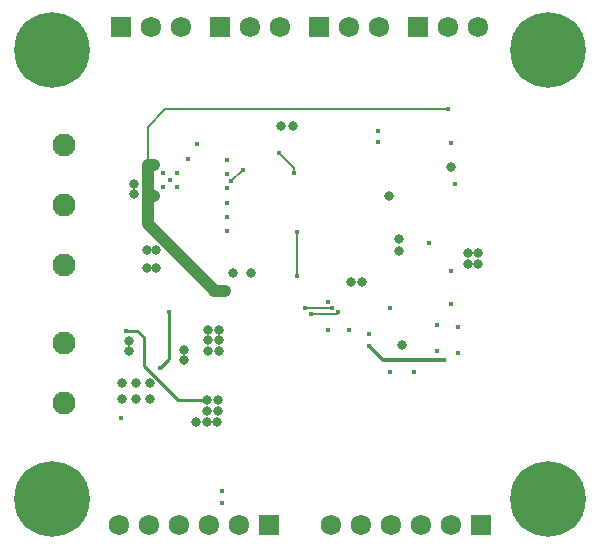
<source format=gbr>
%TF.GenerationSoftware,KiCad,Pcbnew,(6.0.7)*%
%TF.CreationDate,2022-10-13T18:06:46+02:00*%
%TF.ProjectId,TMC6300-dev,544d4336-3330-4302-9d64-65762e6b6963,rev?*%
%TF.SameCoordinates,Original*%
%TF.FileFunction,Copper,L4,Bot*%
%TF.FilePolarity,Positive*%
%FSLAX46Y46*%
G04 Gerber Fmt 4.6, Leading zero omitted, Abs format (unit mm)*
G04 Created by KiCad (PCBNEW (6.0.7)) date 2022-10-13 18:06:46*
%MOMM*%
%LPD*%
G01*
G04 APERTURE LIST*
%TA.AperFunction,ComponentPad*%
%ADD10C,0.800000*%
%TD*%
%TA.AperFunction,ComponentPad*%
%ADD11C,6.400000*%
%TD*%
%TA.AperFunction,ComponentPad*%
%ADD12R,1.725000X1.725000*%
%TD*%
%TA.AperFunction,ComponentPad*%
%ADD13C,1.725000*%
%TD*%
%TA.AperFunction,ComponentPad*%
%ADD14C,1.950000*%
%TD*%
%TA.AperFunction,ViaPad*%
%ADD15C,0.450000*%
%TD*%
%TA.AperFunction,ViaPad*%
%ADD16C,0.800000*%
%TD*%
%TA.AperFunction,Conductor*%
%ADD17C,0.250000*%
%TD*%
%TA.AperFunction,Conductor*%
%ADD18C,0.200000*%
%TD*%
%TA.AperFunction,Conductor*%
%ADD19C,1.000000*%
%TD*%
%TA.AperFunction,Conductor*%
%ADD20C,0.300000*%
%TD*%
G04 APERTURE END LIST*
D10*
%TO.P,H103,1,1*%
%TO.N,GND*%
X176600000Y-119000000D03*
X179000000Y-121400000D03*
X177302944Y-120697056D03*
X180697056Y-117302944D03*
D11*
X179000000Y-119000000D03*
D10*
X177302944Y-117302944D03*
X179000000Y-116600000D03*
X180697056Y-120697056D03*
X181400000Y-119000000D03*
%TD*%
%TO.P,H104,1,1*%
%TO.N,GND*%
X179000000Y-78600000D03*
X177302944Y-82697056D03*
X177302944Y-79302944D03*
D11*
X179000000Y-81000000D03*
D10*
X180697056Y-82697056D03*
X181400000Y-81000000D03*
X176600000Y-81000000D03*
X179000000Y-83400000D03*
X180697056Y-79302944D03*
%TD*%
D12*
%TO.P,J104,1,1*%
%TO.N,VDD*%
X142800000Y-79000000D03*
D13*
%TO.P,J104,2,2*%
%TO.N,GND*%
X145340000Y-79000000D03*
%TO.P,J104,3,3*%
%TO.N,Net-(J104-Pad3)*%
X147880000Y-79000000D03*
%TD*%
D12*
%TO.P,J101,1,1*%
%TO.N,VDD*%
X168000000Y-79000000D03*
D13*
%TO.P,J101,2,2*%
%TO.N,GND*%
X170540000Y-79000000D03*
%TO.P,J101,3,3*%
%TO.N,Net-(J101-Pad3)*%
X173080000Y-79000000D03*
%TD*%
D14*
%TO.P,J107,1,1*%
%TO.N,VM*%
X138000000Y-105760000D03*
%TO.P,J107,2,2*%
%TO.N,GND*%
X138000000Y-110840000D03*
%TD*%
D12*
%TO.P,J106,1,1*%
%TO.N,VDD*%
X155400000Y-121200000D03*
D13*
%TO.P,J106,2,2*%
%TO.N,GND*%
X152860000Y-121200000D03*
%TO.P,J106,3,3*%
%TO.N,NRST*%
X150320000Y-121200000D03*
%TO.P,J106,4,4*%
%TO.N,SYS_SWO*%
X147780000Y-121200000D03*
%TO.P,J106,5,5*%
%TO.N,SYS_SWCLK*%
X145240000Y-121200000D03*
%TO.P,J106,6,6*%
%TO.N,SYS_SWDIO*%
X142700000Y-121200000D03*
%TD*%
D14*
%TO.P,J105,1,1*%
%TO.N,BLDC_W*%
X138000000Y-99180000D03*
%TO.P,J105,2,2*%
%TO.N,BLDC_V*%
X138000000Y-94100000D03*
%TO.P,J105,3,3*%
%TO.N,BLDC_U*%
X138000000Y-89020000D03*
%TD*%
D12*
%TO.P,J103,1,1*%
%TO.N,VDD*%
X151200000Y-79000000D03*
D13*
%TO.P,J103,2,2*%
%TO.N,GND*%
X153740000Y-79000000D03*
%TO.P,J103,3,3*%
%TO.N,Net-(J103-Pad3)*%
X156280000Y-79000000D03*
%TD*%
D11*
%TO.P,H102,1,1*%
%TO.N,GND*%
X137000000Y-119000000D03*
D10*
X137000000Y-121400000D03*
X138697056Y-117302944D03*
X135302944Y-120697056D03*
X139400000Y-119000000D03*
X135302944Y-117302944D03*
X138697056Y-120697056D03*
X134600000Y-119000000D03*
X137000000Y-116600000D03*
%TD*%
%TO.P,H101,1,1*%
%TO.N,GND*%
X138697056Y-79302944D03*
X135302944Y-79302944D03*
X134600000Y-81000000D03*
X135302944Y-82697056D03*
X139400000Y-81000000D03*
X137000000Y-78600000D03*
X138697056Y-82697056D03*
D11*
X137000000Y-81000000D03*
D10*
X137000000Y-83400000D03*
%TD*%
D12*
%TO.P,J102,1,1*%
%TO.N,VDD*%
X159600000Y-79000000D03*
D13*
%TO.P,J102,2,2*%
%TO.N,GND*%
X162140000Y-79000000D03*
%TO.P,J102,3,3*%
%TO.N,Net-(J102-Pad3)*%
X164680000Y-79000000D03*
%TD*%
D12*
%TO.P,J108,1,1*%
%TO.N,VDD*%
X173300000Y-121200000D03*
D13*
%TO.P,J108,2,2*%
%TO.N,GND*%
X170760000Y-121200000D03*
%TO.P,J108,3,3*%
%TO.N,PB9*%
X168220000Y-121200000D03*
%TO.P,J108,4,4*%
%TO.N,PB8*%
X165680000Y-121200000D03*
%TO.P,J108,5,5*%
%TO.N,PB5*%
X163140000Y-121200000D03*
%TO.P,J108,6,6*%
%TO.N,PB4*%
X160600000Y-121200000D03*
%TD*%
D15*
%TO.N,GND*%
X147600000Y-92600000D03*
X147600000Y-91400000D03*
D16*
X150200000Y-106450000D03*
D15*
X151800000Y-91500000D03*
D16*
X143550000Y-106450000D03*
X144100000Y-109150000D03*
D15*
X170750000Y-99720000D03*
X170750000Y-102450000D03*
X151800000Y-95100000D03*
D16*
X151150000Y-104650000D03*
X148150000Y-107200000D03*
X173100000Y-99100000D03*
D15*
X160400000Y-102300000D03*
D16*
X162320000Y-100600000D03*
D15*
X170800000Y-88860000D03*
D16*
X148150000Y-106400000D03*
D15*
X148500000Y-90200000D03*
X151400000Y-119300000D03*
D16*
X143550000Y-105650000D03*
X145800000Y-99400000D03*
D15*
X146400000Y-91400000D03*
X151800000Y-92700000D03*
D16*
X172200000Y-99100000D03*
D15*
X171100000Y-92300000D03*
D16*
X172200000Y-98200000D03*
X157380000Y-87420000D03*
D15*
X168900000Y-97300000D03*
X171400000Y-106600000D03*
D16*
X166400000Y-97980000D03*
X151150000Y-105550000D03*
X145300000Y-109150000D03*
X165500000Y-93300000D03*
D15*
X151800000Y-96300000D03*
X142850000Y-112150000D03*
X146400000Y-92600000D03*
D16*
X150200000Y-105550000D03*
D15*
X149300000Y-88900000D03*
D16*
X142900000Y-109150000D03*
D15*
X151800000Y-90300000D03*
D16*
X151150000Y-106450000D03*
X145300000Y-110500000D03*
X152325000Y-99875000D03*
X142900000Y-110500000D03*
X173100000Y-98200000D03*
D15*
X164600000Y-87820000D03*
D16*
X166600000Y-105950000D03*
X144100000Y-110500000D03*
D15*
X147000000Y-92000000D03*
X151800000Y-93900000D03*
X169600000Y-104300000D03*
D16*
X145000000Y-99400000D03*
X150200000Y-104650000D03*
D15*
%TO.N,VM*%
X146150000Y-107900000D03*
D16*
X145000000Y-97900000D03*
X143950000Y-93150000D03*
X145800000Y-97900000D03*
X143950000Y-92350000D03*
D15*
X146900000Y-103200000D03*
%TO.N,BLDC_WL*%
X152150000Y-92100000D03*
X153150000Y-91100000D03*
%TO.N,BLDC_DIAG*%
X157500000Y-91400000D03*
X156200000Y-89700000D03*
D16*
%TO.N,BLDC_CURRENT_SENSE*%
X151600000Y-101400000D03*
D15*
X145600000Y-90700000D03*
X145100000Y-93300000D03*
D16*
X150700000Y-101400000D03*
D15*
X145100000Y-90700000D03*
X170500000Y-86000000D03*
X145600000Y-93300000D03*
%TO.N,VDD*%
X143230000Y-104730000D03*
X160400000Y-104700000D03*
D16*
X151050000Y-110600000D03*
D15*
X151400000Y-118300000D03*
D16*
X153875000Y-99900000D03*
X163280000Y-100600000D03*
X170800000Y-90900000D03*
D15*
X164620000Y-88780000D03*
D16*
X150100000Y-111500000D03*
X150100000Y-110600000D03*
D15*
X162100000Y-104700000D03*
D16*
X151000000Y-112450000D03*
X166400000Y-97020000D03*
X151050000Y-111500000D03*
X150100000Y-112450000D03*
X156420000Y-87420000D03*
X149150000Y-112450000D03*
D15*
%TO.N,NRST*%
X157700000Y-100100000D03*
X157700000Y-96400000D03*
%TO.N,3V3OUT*%
X169600000Y-106500000D03*
X167600000Y-108250000D03*
X165600000Y-108250000D03*
X165600000Y-102800000D03*
%TO.N,VBUS*%
X171400000Y-104400000D03*
X163850000Y-105000000D03*
%TO.N,RXD_LED*%
X163850000Y-106000000D03*
X170150000Y-107200000D03*
%TO.N,PB8*%
X160700000Y-102800000D03*
X158400000Y-102800000D03*
%TO.N,PB9*%
X158900000Y-103300000D03*
X161200000Y-103200000D03*
%TD*%
D17*
%TO.N,VM*%
X146150000Y-107900000D02*
X146900000Y-107150000D01*
X146900000Y-107150000D02*
X146900000Y-103200000D01*
D18*
%TO.N,BLDC_WL*%
X152150000Y-92100000D02*
X153150000Y-91100000D01*
%TO.N,BLDC_DIAG*%
X157500000Y-91000000D02*
X157500000Y-91400000D01*
X156200000Y-89700000D02*
X157500000Y-91000000D01*
D19*
%TO.N,BLDC_CURRENT_SENSE*%
X150700000Y-101400000D02*
X151600000Y-101400000D01*
X145100000Y-93300000D02*
X145600000Y-93300000D01*
D18*
X170500000Y-86000000D02*
X146600000Y-86000000D01*
D19*
X145100000Y-95700000D02*
X150700000Y-101300000D01*
X150700000Y-101300000D02*
X150700000Y-101400000D01*
D18*
X146600000Y-86000000D02*
X145100000Y-87500000D01*
D19*
X145100000Y-90700000D02*
X145600000Y-90700000D01*
X145100000Y-90700000D02*
X145100000Y-93300000D01*
D18*
X145100000Y-87500000D02*
X145100000Y-90700000D01*
D19*
X145100000Y-93300000D02*
X145100000Y-95700000D01*
D17*
%TO.N,VDD*%
X144230000Y-104730000D02*
X143230000Y-104730000D01*
X150100000Y-110600000D02*
X147700000Y-110600000D01*
X144800000Y-105300000D02*
X144230000Y-104730000D01*
X147700000Y-110600000D02*
X144800000Y-107700000D01*
X144800000Y-107700000D02*
X144800000Y-105300000D01*
D18*
%TO.N,NRST*%
X157700000Y-100100000D02*
X157700000Y-96400000D01*
D20*
%TO.N,RXD_LED*%
X170150000Y-107200000D02*
X165050000Y-107200000D01*
X165050000Y-107200000D02*
X163850000Y-106000000D01*
D18*
%TO.N,PB8*%
X160700000Y-102800000D02*
X158400000Y-102800000D01*
%TO.N,PB9*%
X161100000Y-103300000D02*
X161200000Y-103200000D01*
X158900000Y-103300000D02*
X161100000Y-103300000D01*
%TD*%
M02*

</source>
